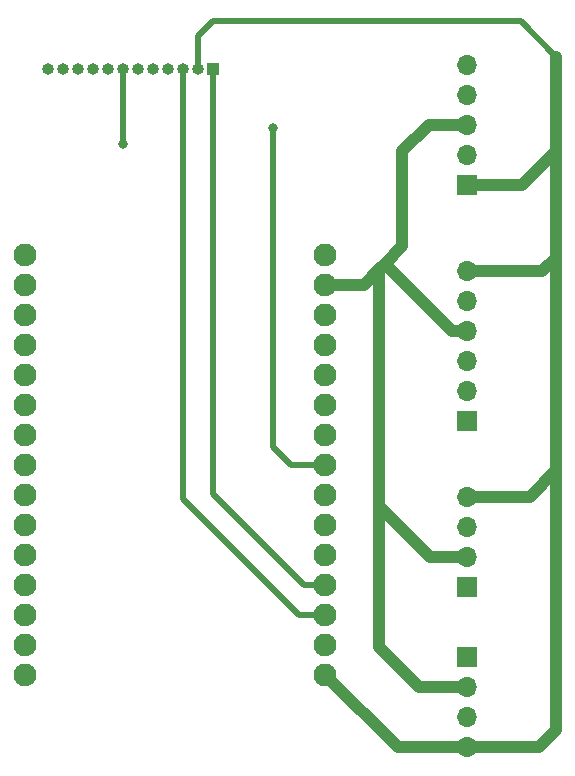
<source format=gbr>
%TF.GenerationSoftware,KiCad,Pcbnew,(5.1.10)-1*%
%TF.CreationDate,2022-02-10T20:54:04-03:00*%
%TF.ProjectId,sensor_v00,73656e73-6f72-45f7-9630-302e6b696361,rev?*%
%TF.SameCoordinates,Original*%
%TF.FileFunction,Copper,L1,Top*%
%TF.FilePolarity,Positive*%
%FSLAX46Y46*%
G04 Gerber Fmt 4.6, Leading zero omitted, Abs format (unit mm)*
G04 Created by KiCad (PCBNEW (5.1.10)-1) date 2022-02-10 20:54:04*
%MOMM*%
%LPD*%
G01*
G04 APERTURE LIST*
%TA.AperFunction,ComponentPad*%
%ADD10O,1.000000X1.000000*%
%TD*%
%TA.AperFunction,ComponentPad*%
%ADD11R,1.000000X1.000000*%
%TD*%
%TA.AperFunction,ComponentPad*%
%ADD12C,1.930400*%
%TD*%
%TA.AperFunction,ComponentPad*%
%ADD13O,1.700000X1.700000*%
%TD*%
%TA.AperFunction,ComponentPad*%
%ADD14R,1.700000X1.700000*%
%TD*%
%TA.AperFunction,ViaPad*%
%ADD15C,0.800000*%
%TD*%
%TA.AperFunction,Conductor*%
%ADD16C,1.000000*%
%TD*%
%TA.AperFunction,Conductor*%
%ADD17C,0.500000*%
%TD*%
G04 APERTURE END LIST*
D10*
%TO.P,LoRa,12*%
%TO.N,GNDREF*%
X121030000Y-79000000D03*
%TO.P,LoRa,11*%
%TO.N,N/C*%
X122300000Y-79000000D03*
%TO.P,LoRa,10*%
X123570000Y-79000000D03*
%TO.P,LoRa,9*%
%TO.N,SCK*%
X124840000Y-79000000D03*
%TO.P,LoRa,8*%
%TO.N,MOSI*%
X126110000Y-79000000D03*
%TO.P,LoRa,7*%
%TO.N,MISO*%
X127380000Y-79000000D03*
%TO.P,LoRa,6*%
%TO.N,NSS*%
X128650000Y-79000000D03*
%TO.P,LoRa,5*%
%TO.N,N/C*%
X129920000Y-79000000D03*
%TO.P,LoRa,4*%
X131190000Y-79000000D03*
%TO.P,LoRa,3*%
%TO.N,DIO0*%
X132460000Y-79000000D03*
%TO.P,LoRa,2*%
%TO.N,3v3*%
X133730000Y-79000000D03*
D11*
%TO.P,LoRa,1*%
%TO.N,RST*%
X135000000Y-79000000D03*
%TD*%
D12*
%TO.P,U101,EN*%
%TO.N,N/C*%
X119052840Y-94750240D03*
%TO.P,U101,D36*%
X119052840Y-97290240D03*
%TO.P,U101,D39*%
X119052840Y-99830240D03*
%TO.P,U101,D34*%
X119052840Y-102370240D03*
%TO.P,U101,D35*%
X119052840Y-104910240D03*
%TO.P,U101,D32*%
X119052840Y-107450240D03*
%TO.P,U101,D33*%
X119052840Y-109990240D03*
%TO.P,U101,D25*%
X119052840Y-112530240D03*
%TO.P,U101,D26*%
X119052840Y-115070240D03*
%TO.P,U101,D27*%
X119052840Y-117610240D03*
%TO.P,U101,D14*%
X119052840Y-120150240D03*
%TO.P,U101,D12*%
X119052840Y-122690240D03*
%TO.P,U101,D13*%
X119052840Y-125230240D03*
%TO.P,U101,GND@1*%
X119052840Y-127770240D03*
%TO.P,U101,VIN*%
X119052840Y-130310240D03*
%TO.P,U101,D23*%
%TO.N,MOSI*%
X144457840Y-94750240D03*
%TO.P,U101,D22*%
%TO.N,SCL*%
X144457840Y-97290240D03*
%TO.P,U101,D1*%
%TO.N,N/C*%
X144457840Y-99830240D03*
%TO.P,U101,D3*%
X144457840Y-102370240D03*
%TO.P,U101,D21*%
%TO.N,SDA*%
X144457840Y-104910240D03*
%TO.P,U101,D19*%
%TO.N,MISO*%
X144457840Y-107450240D03*
%TO.P,U101,D18*%
%TO.N,SCK*%
X144457840Y-109990240D03*
%TO.P,U101,D5*%
%TO.N,NSS*%
X144457840Y-112530240D03*
%TO.P,U101,D17*%
%TO.N,N/C*%
X144457840Y-115070240D03*
%TO.P,U101,D16*%
X144457840Y-117610240D03*
%TO.P,U101,D4*%
X144457840Y-120150240D03*
%TO.P,U101,D2*%
%TO.N,RST*%
X144457840Y-122690240D03*
%TO.P,U101,D15*%
%TO.N,DIO0*%
X144457840Y-125230240D03*
%TO.P,U101,GND@2*%
%TO.N,GNDREF*%
X144457840Y-127770240D03*
%TO.P,U101,3V3*%
%TO.N,3v3*%
X144457840Y-130310240D03*
%TD*%
D13*
%TO.P,TLS2561,5*%
%TO.N,N/C*%
X156462920Y-78690920D03*
%TO.P,TLS2561,4*%
%TO.N,SDA*%
X156462920Y-81230920D03*
%TO.P,TLS2561,3*%
%TO.N,SCL*%
X156462920Y-83770920D03*
%TO.P,TLS2561,2*%
%TO.N,GNDREF*%
X156462920Y-86310920D03*
D14*
%TO.P,TLS2561,1*%
%TO.N,3v3*%
X156462920Y-88850920D03*
%TD*%
D13*
%TO.P,J103,4*%
%TO.N,3v3*%
X156462920Y-115230920D03*
%TO.P,J103,3*%
%TO.N,GNDREF*%
X156462920Y-117770920D03*
%TO.P,J103,2*%
%TO.N,SCL*%
X156462920Y-120310920D03*
D14*
%TO.P,J103,1*%
%TO.N,SDA*%
X156462920Y-122850920D03*
%TD*%
D13*
%TO.P,BME680,6*%
%TO.N,3v3*%
X156462920Y-96150920D03*
%TO.P,BME680,5*%
%TO.N,GNDREF*%
X156462920Y-98690920D03*
%TO.P,BME680,4*%
%TO.N,SCL*%
X156462920Y-101230920D03*
%TO.P,BME680,3*%
%TO.N,SDA*%
X156462920Y-103770920D03*
%TO.P,BME680,2*%
%TO.N,N/C*%
X156462920Y-106310920D03*
D14*
%TO.P,BME680,1*%
X156462920Y-108850920D03*
%TD*%
D13*
%TO.P,J101,4*%
%TO.N,3v3*%
X156462920Y-136470920D03*
%TO.P,J101,3*%
%TO.N,GNDREF*%
X156462920Y-133930920D03*
%TO.P,J101,2*%
%TO.N,SCL*%
X156462920Y-131390920D03*
D14*
%TO.P,J101,1*%
%TO.N,SDA*%
X156462920Y-128850920D03*
%TD*%
D15*
%TO.N,NSS*%
X140000000Y-84000000D03*
%TO.N,MISO*%
X127380000Y-85380000D03*
%TD*%
D16*
%TO.N,SCL*%
X144457840Y-97290240D02*
X147709760Y-97290240D01*
X156462920Y-83770920D02*
X153229080Y-83770920D01*
X151000000Y-86000000D02*
X151000000Y-94000000D01*
X153229080Y-83770920D02*
X151000000Y-86000000D01*
X155230920Y-101230920D02*
X149500000Y-95500000D01*
X156462920Y-101230920D02*
X155230920Y-101230920D01*
X149500000Y-95500000D02*
X151000000Y-94000000D01*
X147709760Y-97290240D02*
X149000000Y-96000000D01*
X149000000Y-96000000D02*
X149500000Y-95500000D01*
X153310920Y-120310920D02*
X156462920Y-120310920D01*
X149000000Y-116000000D02*
X153310920Y-120310920D01*
X149000000Y-115000000D02*
X149000000Y-128000000D01*
X149000000Y-96000000D02*
X149000000Y-115000000D01*
X149000000Y-115000000D02*
X149000000Y-116000000D01*
X152390920Y-131390920D02*
X156462920Y-131390920D01*
X149000000Y-128000000D02*
X152390920Y-131390920D01*
%TO.N,3v3*%
X162529080Y-136470920D02*
X156462920Y-136470920D01*
X164000000Y-135000000D02*
X162529080Y-136470920D01*
X150618520Y-136470920D02*
X144457840Y-130310240D01*
X156462920Y-136470920D02*
X150618520Y-136470920D01*
X156462920Y-88850920D02*
X161149080Y-88850920D01*
X161149080Y-88850920D02*
X164000000Y-86000000D01*
X164000000Y-78000000D02*
X164000000Y-86000000D01*
X156462920Y-115230920D02*
X161769080Y-115230920D01*
X161769080Y-115230920D02*
X164000000Y-113000000D01*
X164000000Y-113000000D02*
X164000000Y-135000000D01*
X162849080Y-96150920D02*
X164000000Y-95000000D01*
X156462920Y-96150920D02*
X162849080Y-96150920D01*
X164000000Y-95000000D02*
X164000000Y-113000000D01*
X164000000Y-86000000D02*
X164000000Y-95000000D01*
D17*
X133730000Y-79000000D02*
X133730000Y-76270000D01*
X161000000Y-75000000D02*
X164000000Y-78000000D01*
X135000000Y-75000000D02*
X161000000Y-75000000D01*
X133730000Y-76270000D02*
X135000000Y-75000000D01*
%TO.N,NSS*%
X140000000Y-84000000D02*
X140000000Y-111000000D01*
X141530240Y-112530240D02*
X144457840Y-112530240D01*
X140000000Y-111000000D02*
X141530240Y-112530240D01*
%TO.N,DIO0*%
X132460000Y-79000000D02*
X132460000Y-115460000D01*
X142230240Y-125230240D02*
X144457840Y-125230240D01*
X132460000Y-115460000D02*
X142230240Y-125230240D01*
%TO.N,MISO*%
X127380000Y-79000000D02*
X127380000Y-85380000D01*
X127380000Y-85380000D02*
X127380000Y-85380000D01*
%TO.N,RST*%
X135000000Y-79000000D02*
X135000000Y-115000000D01*
X142690240Y-122690240D02*
X144457840Y-122690240D01*
X135000000Y-115000000D02*
X142690240Y-122690240D01*
%TD*%
M02*

</source>
